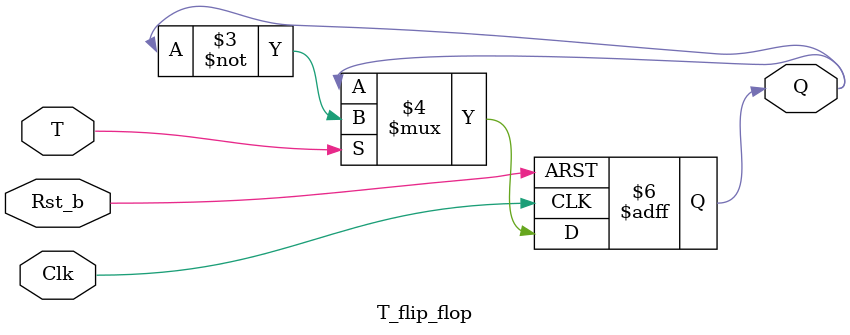
<source format=v>

module T_flip_flop (Q, T, Clk, Rst_b);
    output Q;
    input T, Clk, Rst_b;
    reg Q;

    always @ (posedge Clk, negedge Rst_b)
        if (Rst_b == 0) Q <= 1'b0;
        else if (T) Q <= ~Q;
endmodule
</source>
